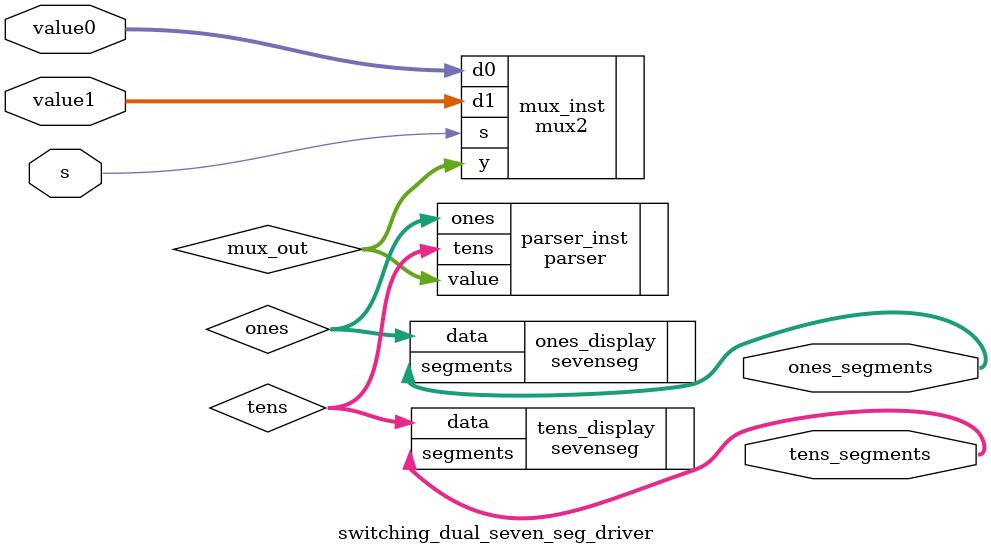
<source format=sv>
`include "mux2.sv"
`include "parser.sv"
`include "sevenseg.sv"

module switching_dual_seven_seg_driver #(
    parameter BUS_WIDTH = 8
)(
    input  logic [BUS_WIDTH-1:0] value0,
    input  logic [BUS_WIDTH-1:0] value1,
    input  logic s,
    output logic [6:0] ones_segments,
    output logic [6:0] tens_segments
);

    logic [BUS_WIDTH-1:0] mux_out;
    logic [3:0] ones, tens;

    mux2 #(
        .BUS_WIDTH(BUS_WIDTH)
    ) mux_inst (
        .d0(value0),
        .d1(value1),
        .s(s),
        .y(mux_out)
    );

    parser #(
        .BUS_WIDTH(BUS_WIDTH)
    ) parser_inst (
        .value(mux_out),
        .ones(ones),
        .tens(tens)
    );

    sevenseg ones_display (
        .data(ones),
        .segments(ones_segments)
    );

    sevenseg tens_display (
        .data(tens),
        .segments(tens_segments)
    );

endmodule

</source>
